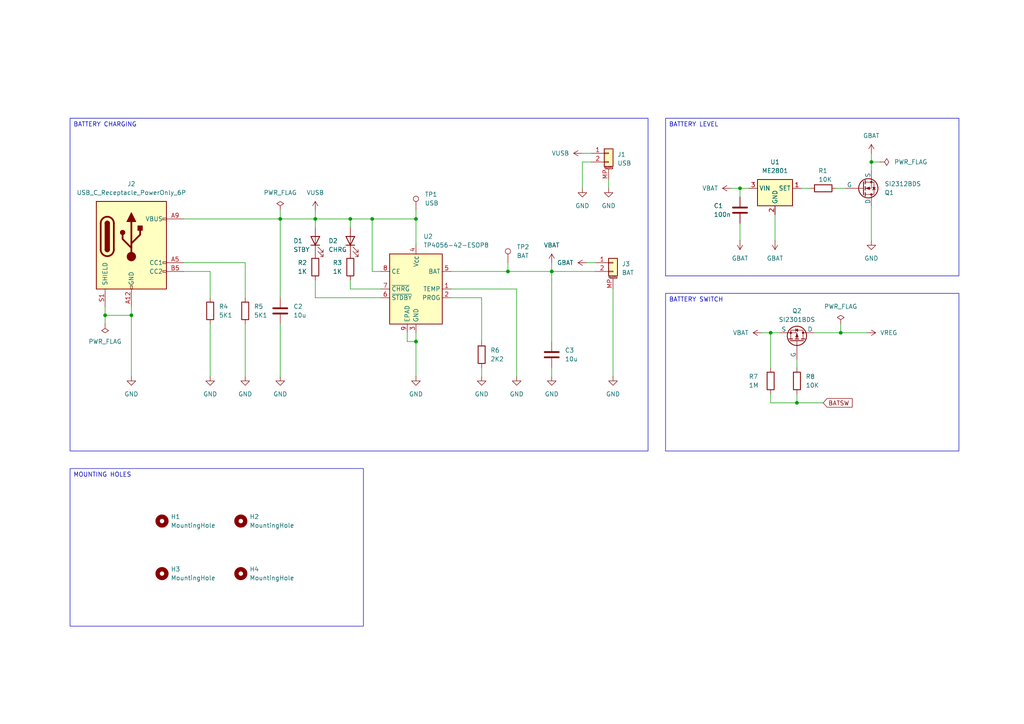
<source format=kicad_sch>
(kicad_sch (version 20250114) (generator "eeschema") (generator_version "9.0")
  (paper "A4")
  (title_block (title "BATTERY MODULE") (date "2025-03-27") (rev "1.2") (company "Chapuzas S.L."))
  (lib_symbols
    (symbol "Battery_Management:TP4056-42-ESOP8"
      (property "Reference" "U" (at -6.604 11.684 0))
      (property "Value" "TP4056-42-ESOP8" (at 10.16 11.684 0))
      (symbol "TP4056-42-ESOP8_1_0"
        (pin input line (at -10.16 5.08 0) (length 2.54) (name "CE") (number "8"))
        (pin open_collector line (at -10.16 0 0) (length 2.54) (name "~{CHRG}") (number "7"))
        (pin open_collector line (at -10.16 -2.54 0) (length 2.54) (name "~{STDBY}") (number "6"))
        (pin passive line (at -2.54 -12.7 90) (length 2.54) (name "EPAD") (number "9"))
        (pin power_in line (at 0 12.7 270) (length 2.54) (name "V_{CC}") (number "4"))
        (pin power_in line (at 0 -12.7 90) (length 2.54) (name "GND") (number "3"))
        (pin power_out line (at 10.16 5.08 180) (length 2.54) (name "BAT") (number "5"))
        (pin input line (at 10.16 0 180) (length 2.54) (name "TEMP") (number "1"))
        (pin passive line (at 10.16 -2.54 180) (length 2.54) (name "PROG") (number "2"))
      )
      (symbol "TP4056-42-ESOP8_1_1"
        (rectangle (start -7.62 10.16) (end 7.62 -10.16) (stroke (width 0.254)) (fill (type background)))
      )
    )
    (symbol "Connector:TestPoint" (pin_numbers (hide yes)) (pin_names (offset 0.762) (hide yes))
      (property "Reference" "TP" (at 0 6.858 0))
      (property "Value" "TestPoint" (at 0 5.08 0))
      (symbol "TestPoint_0_1"
        (circle (center 0 3.302) (radius 0.762))
      )
      (symbol "TestPoint_1_1"
        (pin passive line (at 0 0 90) (length 2.54) (name "1") (number "1"))
      )
    )
    (symbol "Connector:USB_C_Receptacle_PowerOnly_6P" (pin_names (offset 1.016))
      (property "Reference" "J" (at 0 16.51 0))
      (property "Value" "USB_C_Receptacle_PowerOnly_6P" (at 0 13.97 0))
      (symbol "USB_C_Receptacle_PowerOnly_6P_0_0"
        (rectangle (start -0.254 -12.7) (end 0.254 -11.684))
        (rectangle (start 10.16 7.874) (end 9.144 7.366))
        (rectangle (start 10.16 -4.826) (end 9.144 -5.334))
        (rectangle (start 10.16 -7.366) (end 9.144 -7.874))
      )
      (symbol "USB_C_Receptacle_PowerOnly_6P_0_1"
        (rectangle (start -10.16 12.7) (end 10.16 -12.7) (stroke (width 0.254)) (fill (type background)))
        (polyline (pts (xy -8.89 -1.27) (xy -8.89 6.35)) (stroke (width 0.508)))
        (rectangle (start -7.62 -1.27) (end -6.35 6.35) (stroke (width 0.254)) (fill (type outline)))
        (arc (start -7.62 6.35) (mid -6.985 6.9823) (end -6.35 6.35) (stroke (width 0.254)))
        (arc (start -7.62 6.35) (mid -6.985 6.9823) (end -6.35 6.35) (stroke (width 0.254)) (fill (type outline)))
        (arc (start -8.89 6.35) (mid -6.985 8.2467) (end -5.08 6.35) (stroke (width 0.508)))
        (arc (start -5.08 -1.27) (mid -6.985 -3.1667) (end -8.89 -1.27) (stroke (width 0.508)))
        (arc (start -6.35 -1.27) (mid -6.985 -1.9023) (end -7.62 -1.27) (stroke (width 0.254)))
        (arc (start -6.35 -1.27) (mid -6.985 -1.9023) (end -7.62 -1.27) (stroke (width 0.254)) (fill (type outline)))
        (polyline (pts (xy -5.08 6.35) (xy -5.08 -1.27)) (stroke (width 0.508)))
        (circle (center -2.54 3.683) (radius 0.635) (stroke (width 0.254)) (fill (type outline)))
        (polyline (pts (xy -1.27 6.858) (xy 0 9.398) (xy 1.27 6.858) (xy -1.27 6.858)) (stroke (width 0.254)) (fill (type outline)))
        (polyline (pts (xy 0 0.508) (xy 2.54 3.048) (xy 2.54 4.318)) (stroke (width 0.508)))
        (polyline (pts (xy 0 -0.762) (xy -2.54 1.778) (xy -2.54 3.048)) (stroke (width 0.508)))
        (polyline (pts (xy 0 -3.302) (xy 0 6.858)) (stroke (width 0.508)))
        (circle (center 0 -3.302) (radius 1.27) (fill (type outline)))
        (rectangle (start 1.905 4.318) (end 3.175 5.588) (stroke (width 0.254)) (fill (type outline)))
      )
      (symbol "USB_C_Receptacle_PowerOnly_6P_1_1"
        (pin passive line (at -7.62 -17.78 90) (length 5.08) (name "SHIELD") (number "S1"))
        (pin passive line (at 0 -17.78 90) (length 5.08) (name "GND") (number "A12"))
        (pin passive line (at 0 -17.78 90) (length 5.08) (hide yes) (name "GND") (number "B12"))
        (pin passive line (at 15.24 7.62 180) (length 5.08) (name "VBUS") (number "A9"))
        (pin passive line (at 15.24 7.62 180) (length 5.08) (hide yes) (name "VBUS") (number "B9"))
        (pin bidirectional line (at 15.24 -5.08 180) (length 5.08) (name "CC1") (number "A5"))
        (pin bidirectional line (at 15.24 -7.62 180) (length 5.08) (name "CC2") (number "B5"))
      )
    )
    (symbol "Connector_Generic_MountingPin:Conn_01x02_MountingPin" (pin_names (offset 1.016) (hide yes))
      (property "Reference" "J" (at 0 2.54 0))
      (property "Value" "Conn_01x02_MountingPin" (at 1.27 -5.08 0))
      (symbol "Conn_01x02_MountingPin_1_1"
        (rectangle (start -1.27 1.27) (end 1.27 -3.81) (stroke (width 0.254)) (fill (type background)))
        (rectangle (start -1.27 0.127) (end 0 -0.127) (stroke (width 0.1524)))
        (rectangle (start -1.27 -2.413) (end 0 -2.667) (stroke (width 0.1524)))
        (polyline (pts (xy -1.016 -4.572) (xy 1.016 -4.572)) (stroke (width 0.1524)))
        (text "Mounting" (at 0 -4.191 0) (effects (font (size 0.381 0.381))))
        (pin passive line (at -5.08 0 0) (length 3.81) (name "Pin_1") (number "1"))
        (pin passive line (at -5.08 -2.54 0) (length 3.81) (name "Pin_2") (number "2"))
        (pin passive line (at 0 -7.62 90) (length 3.048) (name "MountPin") (number "MP"))
      )
    )
    (symbol "Custom_Parts:ME2801"
      (property "Reference" "U" (at 0 8.89 0))
      (property "Value" "ME2801" (at 0 6.35 0))
      (symbol "ME2801_0_1"
        (rectangle (start -5.08 5.08) (end 5.08 -2.54) (stroke (width 0.254)) (fill (type background)))
      )
      (symbol "ME2801_1_1"
        (pin power_in line (at -7.62 2.54 0) (length 2.54) (name "VIN") (number "3"))
        (pin power_in line (at 0 -5.08 90) (length 2.54) (name "GND") (number "2"))
        (pin power_out line (at 7.62 2.54 180) (length 2.54) (name "SET") (number "1"))
      )
    )
    (symbol "Custom_Parts:SI2301BDS" (pin_numbers (hide yes)) (pin_names (offset 0))
      (property "Reference" "Q" (at 5.08 1.27 0))
      (property "Value" "SI2301BDS" (at 5.08 -1.27 0))
      (symbol "SI2301BDS_0_1"
        (polyline (pts (xy 0.254 1.905) (xy 0.254 -1.905)) (stroke (width 0.254)))
        (polyline (pts (xy 0.254 0) (xy -2.54 0)))
        (polyline (pts (xy 0.762 2.286) (xy 0.762 1.27)) (stroke (width 0.254)))
        (polyline (pts (xy 0.762 1.778) (xy 3.302 1.778) (xy 3.302 -1.778) (xy 0.762 -1.778)))
        (polyline (pts (xy 0.762 0.508) (xy 0.762 -0.508)) (stroke (width 0.254)))
        (polyline (pts (xy 0.762 -1.27) (xy 0.762 -2.286)) (stroke (width 0.254)))
        (circle (center 1.651 0) (radius 2.794) (stroke (width 0.254)))
        (polyline (pts (xy 2.286 0) (xy 1.27 0.381) (xy 1.27 -0.381) (xy 2.286 0)) (fill (type outline)))
        (polyline (pts (xy 2.54 2.54) (xy 2.54 1.778)))
        (circle (center 2.54 1.778) (radius 0.254) (fill (type outline)))
        (circle (center 2.54 -1.778) (radius 0.254) (fill (type outline)))
        (polyline (pts (xy 2.54 -2.54) (xy 2.54 0) (xy 0.762 0)))
        (polyline (pts (xy 2.794 -0.508) (xy 2.921 -0.381) (xy 3.683 -0.381) (xy 3.81 -0.254)))
      )
      (symbol "SI2301BDS_1_1"
        (polyline (pts (xy 3.302 -0.381) (xy 2.921 0.254) (xy 3.683 0.254) (xy 3.302 -0.381)) (fill (type outline)))
        (pin input line (at -5.08 0 0) (length 2.54) (name "G") (number "1"))
        (pin passive line (at 2.54 5.08 270) (length 2.54) (name "D") (number "3"))
        (pin passive line (at 2.54 -5.08 90) (length 2.54) (name "S") (number "2"))
      )
    )
    (symbol "Custom_Parts:SI2312BDS" (pin_numbers (hide yes)) (pin_names (offset 0))
      (property "Reference" "Q" (at 5.08 1.27 0))
      (property "Value" "SI2312BDS" (at 5.08 -1.27 0))
      (symbol "SI2312BDS_0_1"
        (polyline (pts (xy 0.254 1.905) (xy 0.254 -1.905)) (stroke (width 0.254)))
        (polyline (pts (xy 0.254 0) (xy -2.54 0)))
        (polyline (pts (xy 0.762 2.286) (xy 0.762 1.27)) (stroke (width 0.254)))
        (polyline (pts (xy 0.762 1.778) (xy 3.302 1.778) (xy 3.302 -1.778) (xy 0.762 -1.778)))
        (polyline (pts (xy 0.762 0.508) (xy 0.762 -0.508)) (stroke (width 0.254)))
        (polyline (pts (xy 0.762 -1.27) (xy 0.762 -2.286)) (stroke (width 0.254)))
        (polyline (pts (xy 1.016 0) (xy 2.032 0.381) (xy 2.032 -0.381) (xy 1.016 0)) (fill (type outline)))
        (circle (center 1.651 0) (radius 2.794) (stroke (width 0.254)))
        (polyline (pts (xy 2.54 2.54) (xy 2.54 1.778)))
        (circle (center 2.54 1.778) (radius 0.254) (fill (type outline)))
        (circle (center 2.54 -1.778) (radius 0.254) (fill (type outline)))
        (polyline (pts (xy 2.54 -2.54) (xy 2.54 0) (xy 0.762 0)))
        (polyline (pts (xy 2.794 0.508) (xy 2.921 0.381) (xy 3.683 0.381) (xy 3.81 0.254)))
      )
      (symbol "SI2312BDS_1_1"
        (polyline (pts (xy 3.302 0.381) (xy 2.921 -0.254) (xy 3.683 -0.254) (xy 3.302 0.381)) (fill (type outline)))
        (pin input line (at -5.08 0 0) (length 2.54) (name "G") (number "1"))
        (pin passive line (at 2.54 5.08 270) (length 2.54) (name "D") (number "3"))
        (pin passive line (at 2.54 -5.08 90) (length 2.54) (name "S") (number "2"))
      )
    )
    (symbol "Device:C" (pin_numbers (hide yes)) (pin_names (offset 0.254))
      (property "Reference" "C" (at 0.635 2.54 0))
      (property "Value" "C" (at 0.635 -2.54 0))
      (symbol "C_0_1"
        (polyline (pts (xy -2.032 0.762) (xy 2.032 0.762)) (stroke (width 0.508)))
        (polyline (pts (xy -2.032 -0.762) (xy 2.032 -0.762)) (stroke (width 0.508)))
      )
      (symbol "C_1_1"
        (pin passive line (at 0 3.81 270) (length 2.794) (name "~") (number "1"))
        (pin passive line (at 0 -3.81 90) (length 2.794) (name "~") (number "2"))
      )
    )
    (symbol "Device:LED" (pin_numbers (hide yes)) (pin_names (offset 1.016) (hide yes))
      (property "Reference" "D" (at 0 2.54 0))
      (property "Value" "LED" (at 0 -2.54 0))
      (symbol "LED_0_1"
        (polyline (pts (xy -3.048 -0.762) (xy -4.572 -2.286) (xy -3.81 -2.286) (xy -4.572 -2.286) (xy -4.572 -1.524)))
        (polyline (pts (xy -1.778 -0.762) (xy -3.302 -2.286) (xy -2.54 -2.286) (xy -3.302 -2.286) (xy -3.302 -1.524)))
        (polyline (pts (xy -1.27 0) (xy 1.27 0)))
        (polyline (pts (xy -1.27 -1.27) (xy -1.27 1.27)) (stroke (width 0.254)))
        (polyline (pts (xy 1.27 -1.27) (xy 1.27 1.27) (xy -1.27 0) (xy 1.27 -1.27)) (stroke (width 0.254)))
      )
      (symbol "LED_1_1"
        (pin passive line (at -3.81 0 0) (length 2.54) (name "K") (number "1"))
        (pin passive line (at 3.81 0 180) (length 2.54) (name "A") (number "2"))
      )
    )
    (symbol "Device:R" (pin_numbers (hide yes)) (pin_names (offset 0))
      (property "Reference" "R" (at 2.032 0 90))
      (property "Value" "R" (at 0 0 90))
      (symbol "R_0_1"
        (rectangle (start -1.016 -2.54) (end 1.016 2.54) (stroke (width 0.254)))
      )
      (symbol "R_1_1"
        (pin passive line (at 0 3.81 270) (length 1.27) (name "~") (number "1"))
        (pin passive line (at 0 -3.81 90) (length 1.27) (name "~") (number "2"))
      )
    )
    (symbol "Mechanical:MountingHole" (pin_names (offset 1.016)) (exclude_from_sim yes) (in_bom no)
      (property "Reference" "H" (at 0 5.08 0))
      (property "Value" "MountingHole" (at 0 3.175 0))
      (symbol "MountingHole_0_1"
        (circle (center 0 0) (radius 1.27) (stroke (width 1.27)))
      )
    )
    (symbol "power:+3V3" (power) (pin_numbers (hide yes)) (pin_names (offset 0) (hide yes))
      (property "Value" "+3V3" (at 0 3.556 0))
      (symbol "+3V3_0_1"
        (polyline (pts (xy -0.762 1.27) (xy 0 2.54)))
        (polyline (pts (xy 0 2.54) (xy 0.762 1.27)))
        (polyline (pts (xy 0 0) (xy 0 2.54)))
      )
      (symbol "+3V3_1_1"
        (pin power_in line (at 0 0 90) (length 0) (name "~") (number "1"))
      )
    )
    (symbol "power:GND" (power) (pin_numbers (hide yes)) (pin_names (offset 0) (hide yes))
      (property "Value" "GND" (at 0 -3.81 0))
      (symbol "GND_0_1"
        (polyline (pts (xy 0 0) (xy 0 -1.27) (xy 1.27 -1.27) (xy 0 -2.54) (xy -1.27 -1.27) (xy 0 -1.27)))
      )
      (symbol "GND_1_1"
        (pin power_in line (at 0 0 270) (length 0) (name "~") (number "1"))
      )
    )
    (symbol "power:PWR_FLAG" (power) (pin_numbers (hide yes)) (pin_names (offset 0) (hide yes))
      (property "Value" "PWR_FLAG" (at 0 3.81 0))
      (symbol "PWR_FLAG_0_0"
        (pin power_out line (at 0 0 90) (length 0) (name "~") (number "1"))
      )
      (symbol "PWR_FLAG_0_1"
        (polyline (pts (xy 0 0) (xy 0 1.27) (xy -1.016 1.905) (xy 0 2.54) (xy 1.016 1.905) (xy 0 1.27)))
      )
    )
  )
  (text_box "BATTERY LEVEL" (at 193.04 34.29 0) (size 85.09 45.72) (margins 0.9525 0.9525 0.9525 0.9525) (effects (font (size 1.27 1.27)) (justify left top)))
  (text_box "MOUNTING HOLES" (at 20.32 135.89 0) (size 85.09 45.72) (margins 0.9525 0.9525 0.9525 0.9525) (effects (font (size 1.27 1.27)) (justify left top)))
  (text_box "BATTERY SWITCH" (at 193.04 85.09 0) (size 85.09 45.72) (margins 0.9525 0.9525 0.9525 0.9525) (effects (font (size 1.27 1.27)) (justify left top)))
  (text_box "BATTERY CHARGING" (at 20.32 34.29 0) (size 167.64 96.52) (margins 0.9525 0.9525 0.9525 0.9525) (effects (font (size 1.27 1.27)) (justify left top)))
  (junction (at 91.44 63.5))
  (junction (at 214.63 54.61))
  (junction (at 160.02 78.74))
  (junction (at 243.84 96.52))
  (junction (at 107.95 63.5))
  (junction (at 101.6 63.5))
  (junction (at 120.65 63.5))
  (junction (at 223.52 96.52))
  (junction (at 38.1 91.44))
  (junction (at 120.65 99.06))
  (junction (at 81.28 63.5))
  (junction (at 231.14 116.84))
  (junction (at 30.48 91.44))
  (junction (at 252.73 46.99))
  (junction (at 147.32 78.74))
  (wire (pts (xy 160.02 106.68) (xy 160.02 109.22)))
  (wire (pts (xy 81.28 93.98) (xy 81.28 109.22)))
  (wire (pts (xy 118.11 96.52) (xy 118.11 99.06)))
  (wire (pts (xy 91.44 86.36) (xy 91.44 81.28)))
  (wire (pts (xy 232.41 54.61) (xy 234.95 54.61)))
  (wire (pts (xy 110.49 83.82) (xy 101.6 83.82)))
  (wire (pts (xy 231.14 116.84) (xy 231.14 114.3)))
  (wire (pts (xy 223.52 114.3) (xy 223.52 116.84)))
  (wire (pts (xy 71.12 93.98) (xy 71.12 109.22)))
  (wire (pts (xy 168.91 44.45) (xy 171.45 44.45)))
  (wire (pts (xy 101.6 63.5) (xy 101.6 66.04)))
  (wire (pts (xy 214.63 57.15) (xy 214.63 54.61)))
  (wire (pts (xy 214.63 64.77) (xy 214.63 69.85)))
  (wire (pts (xy 120.65 60.96) (xy 120.65 63.5)))
  (wire (pts (xy 176.53 54.61) (xy 176.53 52.07)))
  (wire (pts (xy 81.28 63.5) (xy 91.44 63.5)))
  (wire (pts (xy 30.48 91.44) (xy 38.1 91.44)))
  (wire (pts (xy 118.11 99.06) (xy 120.65 99.06)))
  (wire (pts (xy 30.48 93.98) (xy 30.48 91.44)))
  (wire (pts (xy 38.1 91.44) (xy 38.1 109.22)))
  (wire (pts (xy 91.44 63.5) (xy 101.6 63.5)))
  (wire (pts (xy 224.79 69.85) (xy 224.79 62.23)))
  (wire (pts (xy 81.28 63.5) (xy 81.28 86.36)))
  (wire (pts (xy 226.06 96.52) (xy 223.52 96.52)))
  (wire (pts (xy 243.84 96.52) (xy 251.46 96.52)))
  (wire (pts (xy 120.65 71.12) (xy 120.65 63.5)))
  (wire (pts (xy 147.32 78.74) (xy 160.02 78.74)))
  (wire (pts (xy 177.8 109.22) (xy 177.8 83.82)))
  (wire (pts (xy 252.73 44.45) (xy 252.73 46.99)))
  (wire (pts (xy 130.81 78.74) (xy 147.32 78.74)))
  (wire (pts (xy 160.02 78.74) (xy 160.02 99.06)))
  (wire (pts (xy 238.76 116.84) (xy 231.14 116.84)))
  (wire (pts (xy 139.7 106.68) (xy 139.7 109.22)))
  (wire (pts (xy 231.14 104.14) (xy 231.14 106.68)))
  (wire (pts (xy 160.02 78.74) (xy 172.72 78.74)))
  (wire (pts (xy 139.7 86.36) (xy 139.7 99.06)))
  (wire (pts (xy 107.95 78.74) (xy 107.95 63.5)))
  (wire (pts (xy 168.91 46.99) (xy 171.45 46.99)))
  (wire (pts (xy 107.95 63.5) (xy 120.65 63.5)))
  (wire (pts (xy 170.18 76.2) (xy 172.72 76.2)))
  (wire (pts (xy 214.63 54.61) (xy 217.17 54.61)))
  (wire (pts (xy 160.02 76.2) (xy 160.02 78.74)))
  (wire (pts (xy 30.48 88.9) (xy 30.48 91.44)))
  (wire (pts (xy 53.34 78.74) (xy 60.96 78.74)))
  (wire (pts (xy 38.1 88.9) (xy 38.1 91.44)))
  (wire (pts (xy 60.96 93.98) (xy 60.96 109.22)))
  (wire (pts (xy 130.81 86.36) (xy 139.7 86.36)))
  (wire (pts (xy 255.27 46.99) (xy 252.73 46.99)))
  (wire (pts (xy 60.96 78.74) (xy 60.96 86.36)))
  (wire (pts (xy 130.81 83.82) (xy 149.86 83.82)))
  (wire (pts (xy 110.49 78.74) (xy 107.95 78.74)))
  (wire (pts (xy 147.32 76.2) (xy 147.32 78.74)))
  (wire (pts (xy 53.34 63.5) (xy 81.28 63.5)))
  (wire (pts (xy 168.91 46.99) (xy 168.91 54.61)))
  (wire (pts (xy 101.6 83.82) (xy 101.6 81.28)))
  (wire (pts (xy 242.57 54.61) (xy 245.11 54.61)))
  (wire (pts (xy 212.09 54.61) (xy 214.63 54.61)))
  (wire (pts (xy 91.44 63.5) (xy 91.44 66.04)))
  (wire (pts (xy 91.44 60.96) (xy 91.44 63.5)))
  (wire (pts (xy 120.65 96.52) (xy 120.65 99.06)))
  (wire (pts (xy 149.86 83.82) (xy 149.86 109.22)))
  (wire (pts (xy 252.73 59.69) (xy 252.73 69.85)))
  (wire (pts (xy 252.73 46.99) (xy 252.73 49.53)))
  (wire (pts (xy 223.52 96.52) (xy 223.52 106.68)))
  (wire (pts (xy 53.34 76.2) (xy 71.12 76.2)))
  (wire (pts (xy 110.49 86.36) (xy 91.44 86.36)))
  (wire (pts (xy 101.6 63.5) (xy 107.95 63.5)))
  (wire (pts (xy 223.52 116.84) (xy 231.14 116.84)))
  (wire (pts (xy 71.12 76.2) (xy 71.12 86.36)))
  (wire (pts (xy 243.84 93.98) (xy 243.84 96.52)))
  (wire (pts (xy 236.22 96.52) (xy 243.84 96.52)))
  (wire (pts (xy 81.28 60.96) (xy 81.28 63.5)))
  (wire (pts (xy 120.65 99.06) (xy 120.65 109.22)))
  (wire (pts (xy 220.98 96.52) (xy 223.52 96.52)))
  (global_label "BATSW" (shape input) (at 238.76 116.84 0) (property "Intersheetrefs" "${INTERSHEET_REFS}" (effects (hide yes))))
  (symbol (lib_id "Device:R") (at 71.12 90.17 0) (unit 1)
    (property "Reference" "R5" (at 73.66 88.8999 0) (effects (justify left)))
    (property "Value" "5K1" (at 73.66 91.4399 0) (effects (justify left)))
    (property "Footprint" "Resistor_SMD:R_0805_2012Metric" (effects (hide yes)))
    (property "Description" "Resistor" (effects (hide yes)))
  )
  (symbol (lib_id "Mechanical:MountingHole") (at 69.85 166.37 0) (unit 1) (in_bom no)
    (property "Reference" "H4" (at 72.39 165.0999 0) (effects (justify left)))
    (property "Value" "MountingHole" (at 72.39 167.6399 0) (effects (justify left)))
    (property "Footprint" "MountingHole:MountingHole_3.2mm_M3" (effects (hide yes)))
    (property "Description" "Mounting Hole without connection" (effects (hide yes)))
  )
  (symbol (lib_id "power:GND") (at 60.96 109.22 0) (unit 1)
    (property "Reference" "#PWR015" (effects (hide yes)))
    (property "Value" "GND" (at 60.96 114.3 0))
    (property "Description" "Power symbol creates a global label with name \"GND\" , ground" (effects (hide yes)))
  )
  (symbol (lib_id "Device:R") (at 91.44 77.47 180) (unit 1)
    (property "Reference" "R2" (at 86.36 76.2 0) (effects (justify right)))
    (property "Value" "1K" (at 86.36 78.74 0) (effects (justify right)))
    (property "Footprint" "Resistor_SMD:R_0805_2012Metric" (effects (hide yes)))
    (property "Description" "Resistor" (effects (hide yes)))
  )
  (symbol (lib_id "Custom_Parts:SI2301BDS") (at 231.14 99.06 270) (mirror x) (unit 1)
    (property "Reference" "Q2" (at 231.14 90.17 90))
    (property "Value" "SI2301BDS" (at 231.14 92.71 90))
    (property "Footprint" "Custom_Parts:SOT-23_NO_MARK" (effects (hide yes)))
    (property "Datasheet" "https://www.vishay.com/docs/72066/si2301bds.pdf" (effects (hide yes)))
    (property "Description" "P-MOSFET transistor, drain/source/gate" (effects (hide yes)))
    (property "Sim.Device" "PMOS" (effects (hide yes)))
    (property "Sim.Type" "VDMOS" (effects (hide yes)))
    (property "Sim.Pins" "1=D 2=G 3=S" (effects (hide yes)))
  )
  (symbol (lib_id "power:GND") (at 160.02 109.22 0) (unit 1)
    (property "Reference" "#PWR021" (effects (hide yes)))
    (property "Value" "GND" (at 160.02 114.3 0))
    (property "Description" "Power symbol creates a global label with name \"GND\" , ground" (effects (hide yes)))
  )
  (symbol (lib_id "power:+3V3") (at 170.18 76.2 90) (unit 1)
    (property "Reference" "#PWR011" (effects (hide yes)))
    (property "Value" "GBAT" (at 166.37 76.1999 90) (effects (justify left)))
    (property "Description" "Power symbol creates a global label with name \"+3V3\"" (effects (hide yes)))
  )
  (symbol (lib_id "power:+3V3") (at 160.02 76.2 0) (unit 1)
    (property "Reference" "#PWR010" (effects (hide yes)))
    (property "Value" "VBAT" (at 160.02 71.12 0))
    (property "Description" "Power symbol creates a global label with name \"+3V3\"" (effects (hide yes)))
  )
  (symbol (lib_id "Connector:TestPoint") (at 120.65 60.96 0) (unit 1)
    (property "Reference" "TP1" (at 123.19 56.3879 0) (effects (justify left)))
    (property "Value" "USB" (at 123.19 58.9279 0) (effects (justify left)))
    (property "Footprint" "TestPoint:TestPoint_Pad_D1.0mm" (effects (hide yes)))
    (property "Description" "test point" (effects (hide yes)))
  )
  (symbol (lib_id "power:+3V3") (at 168.91 44.45 90) (unit 1)
    (property "Reference" "#PWR01" (effects (hide yes)))
    (property "Value" "VUSB" (at 165.1 44.4499 90) (effects (justify left)))
    (property "Description" "Power symbol creates a global label with name \"+3V3\"" (effects (hide yes)))
  )
  (symbol (lib_id "Device:R") (at 223.52 110.49 0) (unit 1)
    (property "Reference" "R7" (at 217.17 109.22 0) (effects (justify left)))
    (property "Value" "1M" (at 217.17 111.76 0) (effects (justify left)))
    (property "Footprint" "Resistor_SMD:R_0805_2012Metric" (effects (hide yes)))
    (property "Description" "Resistor" (effects (hide yes)))
  )
  (symbol (lib_id "power:PWR_FLAG") (at 243.84 93.98 0) (unit 1)
    (property "Reference" "#FLG04" (effects (hide yes)))
    (property "Value" "PWR_FLAG" (at 243.84 88.9 0))
    (property "Description" "Special symbol for telling ERC where power comes from" (effects (hide yes)))
  )
  (symbol (lib_id "Custom_Parts:SI2312BDS") (at 250.19 54.61 0) (mirror x) (unit 1)
    (property "Reference" "Q1" (at 256.54 55.8801 0) (effects (justify left)))
    (property "Value" "SI2312BDS" (at 256.54 53.3401 0) (effects (justify left)))
    (property "Footprint" "Custom_Parts:SOT-23_NO_MARK" (effects (hide yes)))
    (property "Datasheet" "https://www.vishay.com/docs/72066/si2301bds.pdf" (effects (hide yes)))
    (property "Description" "N-MOSFET transistor, drain/source/gate" (effects (hide yes)))
    (property "Sim.Device" "PMOS" (effects (hide yes)))
    (property "Sim.Type" "VDMOS" (effects (hide yes)))
    (property "Sim.Pins" "1=D 2=G 3=S" (effects (hide yes)))
  )
  (symbol (lib_id "Connector:USB_C_Receptacle_PowerOnly_6P") (at 38.1 71.12 0) (unit 1)
    (property "Reference" "J2" (at 38.1 53.34 0))
    (property "Value" "USB_C_Receptacle_PowerOnly_6P" (at 38.1 55.88 0))
    (property "Footprint" "Connector_USB:USB_C_Receptacle_GCT_USB4125-xx-x_6P_TopMnt_Horizontal" (effects (hide yes)))
    (property "Datasheet" "https://www.usb.org/sites/default/files/documents/usb_type-c.zip" (effects (hide yes)))
    (property "Description" "USB Power-Only 6P Type-C Receptacle connector" (effects (hide yes)))
  )
  (symbol (lib_id "Device:LED") (at 101.6 69.85 90) (unit 1)
    (property "Reference" "D2" (at 95.25 69.85 90) (effects (justify right)))
    (property "Value" "CHRG" (at 95.25 72.39 90) (effects (justify right)))
    (property "Footprint" "LED_SMD:LED_0805_2012Metric" (effects (hide yes)))
    (property "Description" "Light emitting diode" (effects (hide yes)))
    (property "Sim.Pins" "1=K 2=A" (effects (hide yes)))
  )
  (symbol (lib_id "power:GND") (at 81.28 109.22 0) (unit 1)
    (property "Reference" "#PWR017" (effects (hide yes)))
    (property "Value" "GND" (at 81.28 114.3 0))
    (property "Description" "Power symbol creates a global label with name \"GND\" , ground" (effects (hide yes)))
  )
  (symbol (lib_id "Device:C") (at 160.02 102.87 0) (unit 1)
    (property "Reference" "C3" (at 163.83 101.6 0) (effects (justify left)))
    (property "Value" "10u" (at 163.83 104.14 0) (effects (justify left)))
    (property "Footprint" "Capacitor_SMD:C_1206_3216Metric" (effects (hide yes)))
    (property "Description" "Unpolarized capacitor" (effects (hide yes)))
  )
  (symbol (lib_id "power:GND") (at 38.1 109.22 0) (unit 1)
    (property "Reference" "#PWR014" (effects (hide yes)))
    (property "Value" "GND" (at 38.1 114.3 0))
    (property "Description" "Power symbol creates a global label with name \"GND\" , ground" (effects (hide yes)))
  )
  (symbol (lib_id "power:GND") (at 120.65 109.22 0) (unit 1)
    (property "Reference" "#PWR018" (effects (hide yes)))
    (property "Value" "GND" (at 120.65 114.3 0))
    (property "Description" "Power symbol creates a global label with name \"GND\" , ground" (effects (hide yes)))
  )
  (symbol (lib_id "Custom_Parts:ME2801") (at 224.79 57.15 0) (unit 1)
    (property "Reference" "U1" (at 224.79 46.99 0))
    (property "Value" "ME2801" (at 224.79 49.53 0))
    (property "Footprint" "Custom_Parts:SOT-23_NO_MARK" (effects (hide yes)))
    (property "Datasheet" "http://www.siitek.com.cn/Upfiles/down/ME2801_datasheet_E03.pdf" (effects (hide yes)))
    (property "Description" "Voltage Detectors , ME2801 Series" (effects (hide yes)))
  )
  (symbol (lib_id "power:+3V3") (at 220.98 96.52 90) (unit 1)
    (property "Reference" "#PWR012" (effects (hide yes)))
    (property "Value" "VBAT" (at 217.17 96.5199 90) (effects (justify left)))
    (property "Description" "Power symbol creates a global label with name \"+3V3\"" (effects (hide yes)))
  )
  (symbol (lib_id "power:GND") (at 149.86 109.22 0) (unit 1)
    (property "Reference" "#PWR020" (effects (hide yes)))
    (property "Value" "GND" (at 149.86 114.3 0))
    (property "Description" "Power symbol creates a global label with name \"GND\" , ground" (effects (hide yes)))
  )
  (symbol (lib_id "power:PWR_FLAG") (at 81.28 60.96 0) (unit 1)
    (property "Reference" "#FLG02" (effects (hide yes)))
    (property "Value" "PWR_FLAG" (at 81.28 55.88 0))
    (property "Description" "Special symbol for telling ERC where power comes from" (effects (hide yes)))
  )
  (symbol (lib_id "Mechanical:MountingHole") (at 69.85 151.13 0) (unit 1) (in_bom no)
    (property "Reference" "H2" (at 72.39 149.8599 0) (effects (justify left)))
    (property "Value" "MountingHole" (at 72.39 152.3999 0) (effects (justify left)))
    (property "Footprint" "MountingHole:MountingHole_3.2mm_M3" (effects (hide yes)))
    (property "Description" "Mounting Hole without connection" (effects (hide yes)))
  )
  (symbol (lib_id "Connector_Generic_MountingPin:Conn_01x02_MountingPin") (at 177.8 76.2 0) (unit 1)
    (property "Reference" "J3" (at 180.34 76.5555 0) (effects (justify left)))
    (property "Value" "BAT" (at 180.34 79.0955 0) (effects (justify left)))
    (property "Footprint" "Custom_Parts:JST_PH_1x02_P2.00MM_SMD_HOR" (effects (hide yes)))
    (property "Description" "Generic connectable mounting pin connector, single row, 01x02, script generated (kicad-library-utils/schlib/autogen/connector/)" (effects (hide yes)))
  )
  (symbol (lib_id "power:+3V3") (at 251.46 96.52 270) (unit 1)
    (property "Reference" "#PWR013" (effects (hide yes)))
    (property "Value" "VREG" (at 255.27 96.5199 90) (effects (justify left)))
    (property "Description" "Power symbol creates a global label with name \"+3V3\"" (effects (hide yes)))
  )
  (symbol (lib_id "power:+3V3") (at 214.63 69.85 180) (unit 1)
    (property "Reference" "#PWR07" (effects (hide yes)))
    (property "Value" "GBAT" (at 214.63 74.93 0))
    (property "Description" "Power symbol creates a global label with name \"+3V3\"" (effects (hide yes)))
  )
  (symbol (lib_id "Device:R") (at 101.6 77.47 180) (unit 1)
    (property "Reference" "R3" (at 96.52 76.2 0) (effects (justify right)))
    (property "Value" "1K" (at 96.52 78.74 0) (effects (justify right)))
    (property "Footprint" "Resistor_SMD:R_0805_2012Metric" (effects (hide yes)))
    (property "Description" "Resistor" (effects (hide yes)))
  )
  (symbol (lib_id "power:+3V3") (at 252.73 44.45 0) (unit 1)
    (property "Reference" "#PWR02" (effects (hide yes)))
    (property "Value" "GBAT" (at 252.73 39.37 0))
    (property "Description" "Power symbol creates a global label with name \"+3V3\"" (effects (hide yes)))
  )
  (symbol (lib_id "Mechanical:MountingHole") (at 46.99 166.37 0) (unit 1) (in_bom no)
    (property "Reference" "H3" (at 49.53 165.0999 0) (effects (justify left)))
    (property "Value" "MountingHole" (at 49.53 167.6399 0) (effects (justify left)))
    (property "Footprint" "MountingHole:MountingHole_3.2mm_M3" (effects (hide yes)))
    (property "Description" "Mounting Hole without connection" (effects (hide yes)))
  )
  (symbol (lib_id "power:+3V3") (at 224.79 69.85 180) (unit 1)
    (property "Reference" "#PWR08" (effects (hide yes)))
    (property "Value" "GBAT" (at 224.79 74.93 0))
    (property "Description" "Power symbol creates a global label with name \"+3V3\"" (effects (hide yes)))
  )
  (symbol (lib_id "power:+3V3") (at 91.44 60.96 0) (unit 1)
    (property "Reference" "#PWR06" (effects (hide yes)))
    (property "Value" "VUSB" (at 91.44 55.88 0))
    (property "Description" "Power symbol creates a global label with name \"+3V3\"" (effects (hide yes)))
  )
  (symbol (lib_id "power:GND") (at 168.91 54.61 0) (unit 1)
    (property "Reference" "#PWR03" (effects (hide yes)))
    (property "Value" "GND" (at 168.91 59.69 0))
    (property "Description" "Power symbol creates a global label with name \"GND\" , ground" (effects (hide yes)))
  )
  (symbol (lib_id "power:GND") (at 177.8 109.22 0) (unit 1)
    (property "Reference" "#PWR022" (effects (hide yes)))
    (property "Value" "GND" (at 177.8 114.3 0))
    (property "Description" "Power symbol creates a global label with name \"GND\" , ground" (effects (hide yes)))
  )
  (symbol (lib_id "Device:C") (at 81.28 90.17 0) (unit 1)
    (property "Reference" "C2" (at 85.09 88.9 0) (effects (justify left)))
    (property "Value" "10u" (at 85.09 91.44 0) (effects (justify left)))
    (property "Footprint" "Capacitor_SMD:C_1206_3216Metric" (effects (hide yes)))
    (property "Description" "Unpolarized capacitor" (effects (hide yes)))
  )
  (symbol (lib_id "Connector_Generic_MountingPin:Conn_01x02_MountingPin") (at 176.53 44.45 0) (unit 1)
    (property "Reference" "J1" (at 179.07 44.8055 0) (effects (justify left)))
    (property "Value" "USB" (at 179.07 47.3455 0) (effects (justify left)))
    (property "Footprint" "Custom_Parts:JST_PH_1x02_P2.00MM_SMD_HOR" (effects (hide yes)))
    (property "Description" "Generic connectable mounting pin connector, single row, 01x02, script generated (kicad-library-utils/schlib/autogen/connector/)" (effects (hide yes)))
  )
  (symbol (lib_id "Device:C") (at 214.63 60.96 0) (unit 1)
    (property "Reference" "C1" (at 207.01 59.69 0) (effects (justify left)))
    (property "Value" "100n" (at 207.01 62.23 0) (effects (justify left)))
    (property "Footprint" "Capacitor_SMD:C_0805_2012Metric" (effects (hide yes)))
    (property "Description" "Unpolarized capacitor" (effects (hide yes)))
  )
  (symbol (lib_id "power:+3V3") (at 212.09 54.61 90) (unit 1)
    (property "Reference" "#PWR05" (effects (hide yes)))
    (property "Value" "VBAT" (at 208.28 54.6099 90) (effects (justify left)))
    (property "Description" "Power symbol creates a global label with name \"+3V3\"" (effects (hide yes)))
  )
  (symbol (lib_id "Battery_Management:TP4056-42-ESOP8") (at 120.65 83.82 0) (unit 1)
    (property "Reference" "U2" (at 122.7933 68.58 0) (effects (justify left)))
    (property "Value" "TP4056-42-ESOP8" (at 122.7933 71.12 0) (effects (justify left)))
    (property "Footprint" "Custom_Parts:SOIC-8-1EP_3.9x4.9MM_P1.27MM_EP2.41x3.3MM" (effects (hide yes)))
    (property "Datasheet" "https://www.lcsc.com/datasheet/lcsc_datasheet_2410121619_TOPPOWER-Nanjing-Extension-Microelectronics-TP4056-42-ESOP8_C16581.pdf" (effects (hide yes)))
    (property "Description" "1A Standalone Linear Li-ion/LiPo single-cell battery charger, 4.2V ±1% charge voltage, VCC = 4.0..8.0V, SOIC-8 (SOP-8)" (effects (hide yes)))
  )
  (symbol (lib_id "power:GND") (at 139.7 109.22 0) (unit 1)
    (property "Reference" "#PWR019" (effects (hide yes)))
    (property "Value" "GND" (at 139.7 114.3 0))
    (property "Description" "Power symbol creates a global label with name \"GND\" , ground" (effects (hide yes)))
  )
  (symbol (lib_id "Mechanical:MountingHole") (at 46.99 151.13 0) (unit 1) (in_bom no)
    (property "Reference" "H1" (at 49.53 149.8599 0) (effects (justify left)))
    (property "Value" "MountingHole" (at 49.53 152.3999 0) (effects (justify left)))
    (property "Footprint" "MountingHole:MountingHole_3.2mm_M3" (effects (hide yes)))
    (property "Description" "Mounting Hole without connection" (effects (hide yes)))
  )
  (symbol (lib_id "power:PWR_FLAG") (at 30.48 93.98 180) (unit 1)
    (property "Reference" "#FLG03" (effects (hide yes)))
    (property "Value" "PWR_FLAG" (at 30.48 99.06 0))
    (property "Description" "Special symbol for telling ERC where power comes from" (effects (hide yes)))
  )
  (symbol (lib_id "power:PWR_FLAG") (at 255.27 46.99 270) (unit 1)
    (property "Reference" "#FLG01" (effects (hide yes)))
    (property "Value" "PWR_FLAG" (at 264.16 46.99 90))
    (property "Description" "Special symbol for telling ERC where power comes from" (effects (hide yes)))
  )
  (symbol (lib_id "Device:R") (at 139.7 102.87 0) (unit 1)
    (property "Reference" "R6" (at 142.24 101.5999 0) (effects (justify left)))
    (property "Value" "2K2" (at 142.24 104.1399 0) (effects (justify left)))
    (property "Footprint" "Resistor_SMD:R_0805_2012Metric" (effects (hide yes)))
    (property "Description" "Resistor" (effects (hide yes)))
  )
  (symbol (lib_id "power:GND") (at 176.53 54.61 0) (unit 1)
    (property "Reference" "#PWR04" (effects (hide yes)))
    (property "Value" "GND" (at 176.53 59.69 0))
    (property "Description" "Power symbol creates a global label with name \"GND\" , ground" (effects (hide yes)))
  )
  (symbol (lib_id "Device:R") (at 60.96 90.17 0) (unit 1)
    (property "Reference" "R4" (at 63.5 88.8999 0) (effects (justify left)))
    (property "Value" "5K1" (at 63.5 91.4399 0) (effects (justify left)))
    (property "Footprint" "Resistor_SMD:R_0805_2012Metric" (effects (hide yes)))
    (property "Description" "Resistor" (effects (hide yes)))
  )
  (symbol (lib_id "power:GND") (at 252.73 69.85 0) (unit 1)
    (property "Reference" "#PWR09" (effects (hide yes)))
    (property "Value" "GND" (at 252.73 74.93 0))
    (property "Description" "Power symbol creates a global label with name \"GND\" , ground" (effects (hide yes)))
  )
  (symbol (lib_id "Device:LED") (at 91.44 69.85 90) (unit 1)
    (property "Reference" "D1" (at 85.09 69.85 90) (effects (justify right)))
    (property "Value" "STBY" (at 85.09 72.39 90) (effects (justify right)))
    (property "Footprint" "LED_SMD:LED_0805_2012Metric" (effects (hide yes)))
    (property "Description" "Light emitting diode" (effects (hide yes)))
    (property "Sim.Pins" "1=K 2=A" (effects (hide yes)))
  )
  (symbol (lib_id "Device:R") (at 231.14 110.49 0) (unit 1)
    (property "Reference" "R8" (at 233.68 109.22 0) (effects (justify left)))
    (property "Value" "10K" (at 233.68 111.76 0) (effects (justify left)))
    (property "Footprint" "Resistor_SMD:R_0805_2012Metric" (effects (hide yes)))
    (property "Description" "Resistor" (effects (hide yes)))
  )
  (symbol (lib_id "power:GND") (at 71.12 109.22 0) (unit 1)
    (property "Reference" "#PWR016" (effects (hide yes)))
    (property "Value" "GND" (at 71.12 114.3 0))
    (property "Description" "Power symbol creates a global label with name \"GND\" , ground" (effects (hide yes)))
  )
  (symbol (lib_id "Device:R") (at 238.76 54.61 90) (unit 1)
    (property "Reference" "R1" (at 240.03 49.53 90) (effects (justify left)))
    (property "Value" "10K" (at 241.3 52.07 90) (effects (justify left)))
    (property "Footprint" "Resistor_SMD:R_0805_2012Metric" (effects (hide yes)))
    (property "Description" "Resistor" (effects (hide yes)))
  )
  (symbol (lib_id "Connector:TestPoint") (at 147.32 76.2 0) (unit 1)
    (property "Reference" "TP2" (at 149.86 71.6279 0) (effects (justify left)))
    (property "Value" "BAT" (at 149.86 74.1679 0) (effects (justify left)))
    (property "Footprint" "TestPoint:TestPoint_Pad_D1.0mm" (effects (hide yes)))
    (property "Description" "test point" (effects (hide yes)))
  )
)
</source>
